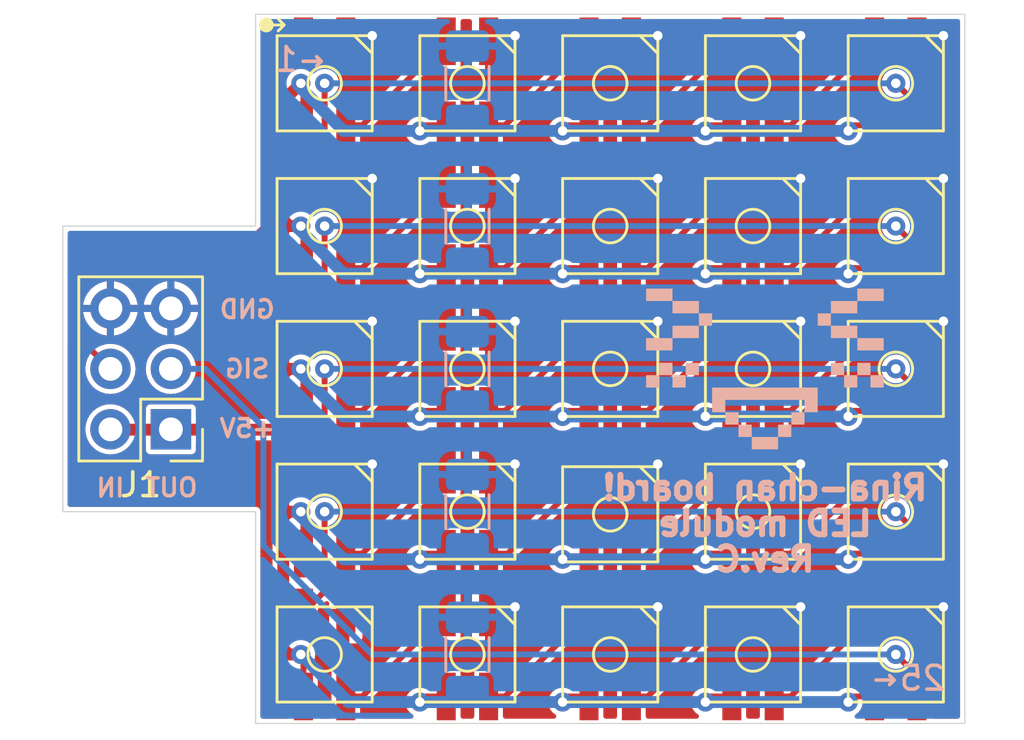
<source format=kicad_pcb>
(kicad_pcb (version 20211014) (generator pcbnew)
  (layers (0 "F.Cu" signal) (31 "B.Cu" signal) (34 "B.Paste" user) (35 "F.Paste" user) (36 "B.SilkS" user "B.Silkscreen") (37 "F.SilkS" user "F.Silkscreen") (38 "B.Mask" user) (39 "F.Mask" user) (44 "Edge.Cuts" user))
  (net 0 "")
  (net 1 "+5V")
  (net 2 "GND")
  (net 3 "Net-(LD10-Pad4)")
  (net 4 "Net-(LD1-Pad2)")
  (net 5 "Net-(LD2-Pad2)")
  (net 6 "Net-(LD3-Pad2)")
  (net 7 "Net-(LD6-Pad2)")
  (net 8 "Net-(LD7-Pad2)")
  (net 9 "Net-(LD11-Pad2)")
  (net 10 "Net-(LD13-Pad2)")
  (net 11 "Net-(LD14-Pad2)")
  (net 12 "Net-(LD16-Pad2)")
  (net 13 "Net-(LD4-Pad2)")
  (net 14 "Net-(LD8-Pad2)")
  (net 15 "/SIG1")
  (net 16 "Net-(LD12-Pad2)")
  (net 17 "Net-(LD17-Pad2)")
  (net 18 "Net-(LD18-Pad2)")
  (net 19 "Net-(LD19-Pad2)")
  (net 20 "/SIG2")
  (net 21 "Net-(LD21-Pad2)")
  (net 22 "Net-(LD22-Pad2)")
  (net 23 "Net-(LD23-Pad2)")
  (net 24 "Net-(LD24-Pad2)")
  (net 25 "/SIG3")
  (net 26 "/SIG4")
  (net 27 "/SIG_OUT")
  (net 28 "Net-(LD1-Pad4)")
  (footprint "led_a:OSTW3535C1A" (layer "F.Cu") (at 93 43 180)
    (fp_text reference "LD1" hide)
    (fp_text value "OSTW3535C1A")
    (pad "1" smd rect locked (at 0.89 -1.765 180) (size 0.8 2) (layers "F.Cu" "F.Paste" "F.Mask") (net 1 "+5V"))
    (pad "2" smd rect locked (at -0.89 -1.765 180) (size 0.8 2) (layers "F.Cu" "F.Paste" "F.Mask") (net 4 "Net-(LD1-Pad2)"))
    (pad "3" smd rect locked (at -0.89 1.765 180) (size 0.8 2) (layers "F.Cu" "F.Paste" "F.Mask") (net 2 "GND"))
    (pad "4" smd rect locked (at 0.89 1.765 180) (size 0.8 2) (layers "F.Cu" "F.Paste" "F.Mask") (net 28 "Net-(LD1-Pad4)"))
  )
  (footprint "led_a:OSTW3535C1A" (layer "F.Cu") (at 105 43 180)
    (fp_text reference "LD3" hide)
    (fp_text value "OSTW3535C1A")
    (pad "1" smd rect locked (at 0.89 -1.765 180) (size 0.8 2) (layers "F.Cu" "F.Paste" "F.Mask") (net 1 "+5V"))
    (pad "2" smd rect locked (at -0.89 -1.765 180) (size 0.8 2) (layers "F.Cu" "F.Paste" "F.Mask") (net 6 "Net-(LD3-Pad2)"))
    (pad "3" smd rect locked (at -0.89 1.765 180) (size 0.8 2) (layers "F.Cu" "F.Paste" "F.Mask") (net 2 "GND"))
    (pad "4" smd rect locked (at 0.89 1.765 180) (size 0.8 2) (layers "F.Cu" "F.Paste" "F.Mask") (net 5 "Net-(LD2-Pad2)"))
  )
  (footprint "led_a:OSTW3535C1A" (layer "F.Cu") (at 99 67 180)
    (fp_text reference "LD22" hide)
    (fp_text value "OSTW3535C1A")
    (pad "1" smd rect locked (at 0.89 -1.765 180) (size 0.8 2) (layers "F.Cu" "F.Paste" "F.Mask") (net 1 "+5V"))
    (pad "2" smd rect locked (at -0.89 -1.765 180) (size 0.8 2) (layers "F.Cu" "F.Paste" "F.Mask") (net 22 "Net-(LD22-Pad2)"))
    (pad "3" smd rect locked (at -0.89 1.765 180) (size 0.8 2) (layers "F.Cu" "F.Paste" "F.Mask") (net 2 "GND"))
    (pad "4" smd rect locked (at 0.89 1.765 180) (size 0.8 2) (layers "F.Cu" "F.Paste" "F.Mask") (net 21 "Net-(LD21-Pad2)"))
  )
  (footprint "led_a:OSTW3535C1A" (layer "F.Cu") (at 105 49 180)
    (fp_text reference "LD8" hide)
    (fp_text value "OSTW3535C1A")
    (pad "1" smd rect locked (at 0.89 -1.765 180) (size 0.8 2) (layers "F.Cu" "F.Paste" "F.Mask") (net 1 "+5V"))
    (pad "2" smd rect locked (at -0.89 -1.765 180) (size 0.8 2) (layers "F.Cu" "F.Paste" "F.Mask") (net 14 "Net-(LD8-Pad2)"))
    (pad "3" smd rect locked (at -0.89 1.765 180) (size 0.8 2) (layers "F.Cu" "F.Paste" "F.Mask") (net 2 "GND"))
    (pad "4" smd rect locked (at 0.89 1.765 180) (size 0.8 2) (layers "F.Cu" "F.Paste" "F.Mask") (net 8 "Net-(LD7-Pad2)"))
  )
  (footprint "led_a:OSTW3535C1A" (layer "F.Cu") (at 99 49 180)
    (fp_text reference "LD7" hide)
    (fp_text value "OSTW3535C1A")
    (pad "1" smd rect locked (at 0.89 -1.765 180) (size 0.8 2) (layers "F.Cu" "F.Paste" "F.Mask") (net 1 "+5V"))
    (pad "2" smd rect locked (at -0.89 -1.765 180) (size 0.8 2) (layers "F.Cu" "F.Paste" "F.Mask") (net 8 "Net-(LD7-Pad2)"))
    (pad "3" smd rect locked (at -0.89 1.765 180) (size 0.8 2) (layers "F.Cu" "F.Paste" "F.Mask") (net 2 "GND"))
    (pad "4" smd rect locked (at 0.89 1.765 180) (size 0.8 2) (layers "F.Cu" "F.Paste" "F.Mask") (net 7 "Net-(LD6-Pad2)"))
  )
  (footprint "led_a:OSTW3535C1A" (layer "F.Cu") (at 99 55 180)
    (fp_text reference "LD12" hide)
    (fp_text value "OSTW3535C1A")
    (pad "1" smd rect locked (at 0.89 -1.765 180) (size 0.8 2) (layers "F.Cu" "F.Paste" "F.Mask") (net 1 "+5V"))
    (pad "2" smd rect locked (at -0.89 -1.765 180) (size 0.8 2) (layers "F.Cu" "F.Paste" "F.Mask") (net 16 "Net-(LD12-Pad2)"))
    (pad "3" smd rect locked (at -0.89 1.765 180) (size 0.8 2) (layers "F.Cu" "F.Paste" "F.Mask") (net 2 "GND"))
    (pad "4" smd rect locked (at 0.89 1.765 180) (size 0.8 2) (layers "F.Cu" "F.Paste" "F.Mask") (net 9 "Net-(LD11-Pad2)"))
  )
  (footprint "Connector_PinHeader_2.54mm:PinHeader_2x03_P2.54mm_Vertical" (layer "F.Cu") (at 86.54 57.54 180)
    (fp_text reference "J1" (at 1.27 -2.33) (layer "F.SilkS"))
    (fp_text value "2x3 pin header")
    (pad "1" thru_hole rect (at 0 0 180) (size 1.7 1.7) (drill 1) (layers *.Cu *.Mask) (net 1 "+5V"))
    (pad "2" thru_hole oval (at 2.54 0 180) (size 1.7 1.7) (drill 1) (layers *.Cu *.Mask) (net 1 "+5V"))
    (pad "3" thru_hole oval (at 0 2.54 180) (size 1.7 1.7) (drill 1) (layers *.Cu *.Mask) (net 27 "/SIG_OUT"))
    (pad "4" thru_hole oval (at 2.54 2.54 180) (size 1.7 1.7) (drill 1) (layers *.Cu *.Mask) (net 28 "Net-(LD1-Pad4)"))
    (pad "5" thru_hole oval (at 0 5.08 180) (size 1.7 1.7) (drill 1) (layers *.Cu *.Mask) (net 2 "GND"))
    (pad "6" thru_hole oval (at 2.54 5.08 180) (size 1.7 1.7) (drill 1) (layers *.Cu *.Mask) (net 2 "GND"))
  )
  (footprint "led_a:OSTW3535C1A" (layer "F.Cu") (at 111 43 180)
    (fp_text reference "LD4" hide)
    (fp_text value "OSTW3535C1A")
    (pad "1" smd rect locked (at 0.89 -1.765 180) (size 0.8 2) (layers "F.Cu" "F.Paste" "F.Mask") (net 1 "+5V"))
    (pad "2" smd rect locked (at -0.89 -1.765 180) (size 0.8 2) (layers "F.Cu" "F.Paste" "F.Mask") (net 13 "Net-(LD4-Pad2)"))
    (pad "3" smd rect locked (at -0.89 1.765 180) (size 0.8 2) (layers "F.Cu" "F.Paste" "F.Mask") (net 2 "GND"))
    (pad "4" smd rect locked (at 0.89 1.765 180) (size 0.8 2) (layers "F.Cu" "F.Paste" "F.Mask") (net 6 "Net-(LD3-Pad2)"))
  )
  (footprint "led_a:OSTW3535C1A" (layer "F.Cu") (at 117 43 180)
    (fp_text reference "LD5" hide)
    (fp_text value "OSTW3535C1A")
    (pad "1" smd rect locked (at 0.89 -1.765 180) (size 0.8 2) (layers "F.Cu" "F.Paste" "F.Mask") (net 1 "+5V"))
    (pad "2" smd rect locked (at -0.89 -1.765 180) (size 0.8 2) (layers "F.Cu" "F.Paste" "F.Mask") (net 15 "/SIG1"))
    (pad "3" smd rect locked (at -0.89 1.765 180) (size 0.8 2) (layers "F.Cu" "F.Paste" "F.Mask") (net 2 "GND"))
    (pad "4" smd rect locked (at 0.89 1.765 180) (size 0.8 2) (layers "F.Cu" "F.Paste" "F.Mask") (net 13 "Net-(LD4-Pad2)"))
  )
  (footprint "led_a:OSTW3535C1A" (layer "F.Cu") (at 99 43 180)
    (fp_text reference "LD2" hide)
    (fp_text value "OSTW3535C1A")
    (pad "1" smd rect locked (at 0.89 -1.765 180) (size 0.8 2) (layers "F.Cu" "F.Paste" "F.Mask") (net 1 "+5V"))
    (pad "2" smd rect locked (at -0.89 -1.765 180) (size 0.8 2) (layers "F.Cu" "F.Paste" "F.Mask") (net 5 "Net-(LD2-Pad2)"))
    (pad "3" smd rect locked (at -0.89 1.765 180) (size 0.8 2) (layers "F.Cu" "F.Paste" "F.Mask") (net 2 "GND"))
    (pad "4" smd rect locked (at 0.89 1.765 180) (size 0.8 2) (layers "F.Cu" "F.Paste" "F.Mask") (net 4 "Net-(LD1-Pad2)"))
  )
  (footprint "led_a:OSTW3535C1A" (layer "F.Cu") (at 93 61 180)
    (fp_text reference "LD16" hide)
    (fp_text value "OSTW3535C1A")
    (pad "1" smd rect locked (at 0.89 -1.765 180) (size 0.8 2) (layers "F.Cu" "F.Paste" "F.Mask") (net 1 "+5V"))
    (pad "2" smd rect locked (at -0.89 -1.765 180) (size 0.8 2) (layers "F.Cu" "F.Paste" "F.Mask") (net 12 "Net-(LD16-Pad2)"))
    (pad "3" smd rect locked (at -0.89 1.765 180) (size 0.8 2) (layers "F.Cu" "F.Paste" "F.Mask") (net 2 "GND"))
    (pad "4" smd rect locked (at 0.89 1.765 180) (size 0.8 2) (layers "F.Cu" "F.Paste" "F.Mask") (net 25 "/SIG3"))
  )
  (footprint "led_a:OSTW3535C1A" (layer "F.Cu") (at 105 61.11 180)
    (fp_text reference "LD18" hide)
    (fp_text value "OSTW3535C1A")
    (pad "1" smd rect locked (at 0.89 -1.765 180) (size 0.8 2) (layers "F.Cu" "F.Paste" "F.Mask") (net 1 "+5V"))
    (pad "2" smd rect locked (at -0.89 -1.765 180) (size 0.8 2) (layers "F.Cu" "F.Paste" "F.Mask") (net 18 "Net-(LD18-Pad2)"))
    (pad "3" smd rect locked (at -0.89 1.765 180) (size 0.8 2) (layers "F.Cu" "F.Paste" "F.Mask") (net 2 "GND"))
    (pad "4" smd rect locked (at 0.89 1.765 180) (size 0.8 2) (layers "F.Cu" "F.Paste" "F.Mask") (net 17 "Net-(LD17-Pad2)"))
  )
  (footprint "led_a:OSTW3535C1A" (layer "F.Cu") (at 117 67 180)
    (fp_text reference "LD25" hide)
    (fp_text value "OSTW3535C1A")
    (pad "1" smd rect locked (at 0.89 -1.765 180) (size 0.8 2) (layers "F.Cu" "F.Paste" "F.Mask") (net 1 "+5V"))
    (pad "2" smd rect locked (at -0.89 -1.765 180) (size 0.8 2) (layers "F.Cu" "F.Paste" "F.Mask") (net 27 "/SIG_OUT"))
    (pad "3" smd rect locked (at -0.89 1.765 180) (size 0.8 2) (layers "F.Cu" "F.Paste" "F.Mask") (net 2 "GND"))
    (pad "4" smd rect locked (at 0.89 1.765 180) (size 0.8 2) (layers "F.Cu" "F.Paste" "F.Mask") (net 24 "Net-(LD24-Pad2)"))
  )
  (footprint "led_a:OSTW3535C1A" (layer "F.Cu") (at 117 49 180)
    (fp_text reference "LD10" hide)
    (fp_text value "OSTW3535C1A")
    (pad "1" smd rect locked (at 0.89 -1.765 180) (size 0.8 2) (layers "F.Cu" "F.Paste" "F.Mask") (net 1 "+5V"))
    (pad "2" smd rect locked (at -0.89 -1.765 180) (size 0.8 2) (layers "F.Cu" "F.Paste" "F.Mask") (net 20 "/SIG2"))
    (pad "3" smd rect locked (at -0.89 1.765 180) (size 0.8 2) (layers "F.Cu" "F.Paste" "F.Mask") (net 2 "GND"))
    (pad "4" smd rect locked (at 0.89 1.765 180) (size 0.8 2) (layers "F.Cu" "F.Paste" "F.Mask") (net 3 "Net-(LD10-Pad4)"))
  )
  (footprint "led_a:OSTW3535C1A" (layer "F.Cu") (at 93 49 180)
    (fp_text reference "LD6" hide)
    (fp_text value "OSTW3535C1A")
    (pad "1" smd rect locked (at 0.89 -1.765 180) (size 0.8 2) (layers "F.Cu" "F.Paste" "F.Mask") (net 1 "+5V"))
    (pad "2" smd rect locked (at -0.89 -1.765 180) (size 0.8 2) (layers "F.Cu" "F.Paste" "F.Mask") (net 7 "Net-(LD6-Pad2)"))
    (pad "3" smd rect locked (at -0.89 1.765 180) (size 0.8 2) (layers "F.Cu" "F.Paste" "F.Mask") (net 2 "GND"))
    (pad "4" smd rect locked (at 0.89 1.765 180) (size 0.8 2) (layers "F.Cu" "F.Paste" "F.Mask") (net 15 "/SIG1"))
  )
  (footprint "led_a:OSTW3535C1A" (layer "F.Cu") (at 99 61 180)
    (fp_text reference "LD17" hide)
    (fp_text value "OSTW3535C1A")
    (pad "1" smd rect locked (at 0.89 -1.765 180) (size 0.8 2) (layers "F.Cu" "F.Paste" "F.Mask") (net 1 "+5V"))
    (pad "2" smd rect locked (at -0.89 -1.765 180) (size 0.8 2) (layers "F.Cu" "F.Paste" "F.Mask") (net 17 "Net-(LD17-Pad2)"))
    (pad "3" smd rect locked (at -0.89 1.765 180) (size 0.8 2) (layers "F.Cu" "F.Paste" "F.Mask") (net 2 "GND"))
    (pad "4" smd rect locked (at 0.89 1.765 180) (size 0.8 2) (layers "F.Cu" "F.Paste" "F.Mask") (net 12 "Net-(LD16-Pad2)"))
  )
  (footprint "led_a:OSTW3535C1A" (layer "F.Cu") (at 111 67 180)
    (fp_text reference "LD24" hide)
    (fp_text value "OSTW3535C1A")
    (pad "1" smd rect locked (at 0.89 -1.765 180) (size 0.8 2) (layers "F.Cu" "F.Paste" "F.Mask") (net 1 "+5V"))
    (pad "2" smd rect locked (at -0.89 -1.765 180) (size 0.8 2) (layers "F.Cu" "F.Paste" "F.Mask") (net 24 "Net-(LD24-Pad2)"))
    (pad "3" smd rect locked (at -0.89 1.765 180) (size 0.8 2) (layers "F.Cu" "F.Paste" "F.Mask") (net 2 "GND"))
    (pad "4" smd rect locked (at 0.89 1.765 180) (size 0.8 2) (layers "F.Cu" "F.Paste" "F.Mask") (net 23 "Net-(LD23-Pad2)"))
  )
  (footprint "led_a:OSTW3535C1A" (layer "F.Cu") (at 111 55 180)
    (fp_text reference "LD14" hide)
    (fp_text value "OSTW3535C1A")
    (pad "1" smd rect locked (at 0.89 -1.765 180) (size 0.8 2) (layers "F.Cu" "F.Paste" "F.Mask") (net 1 "+5V"))
    (pad "2" smd rect locked (at -0.89 -1.765 180) (size 0.8 2) (layers "F.Cu" "F.Paste" "F.Mask") (net 11 "Net-(LD14-Pad2)"))
    (pad "3" smd rect locked (at -0.89 1.765 180) (size 0.8 2) (layers "F.Cu" "F.Paste" "F.Mask") (net 2 "GND"))
    (pad "4" smd rect locked (at 0.89 1.765 180) (size 0.8 2) (layers "F.Cu" "F.Paste" "F.Mask") (net 10 "Net-(LD13-Pad2)"))
  )
  (footprint "led_a:OSTW3535C1A" (layer "F.Cu") (at 105 67 180)
    (fp_text reference "LD23" hide)
    (fp_text value "OSTW3535C1A")
    (pad "1" smd rect locked (at 0.89 -1.765 180) (size 0.8 2) (layers "F.Cu" "F.Paste" "F.Mask") (net 1 "+5V"))
    (pad "2" smd rect locked (at -0.89 -1.765 180) (size 0.8 2) (layers "F.Cu" "F.Paste" "F.Mask") (net 23 "Net-(LD23-Pad2)"))
    (pad "3" smd rect locked (at -0.89 1.765 180) (size 0.8 2) (layers "F.Cu" "F.Paste" "F.Mask") (net 2 "GND"))
    (pad "4" smd rect locked (at 0.89 1.765 180) (size 0.8 2) (layers "F.Cu" "F.Paste" "F.Mask") (net 22 "Net-(LD22-Pad2)"))
  )
  (footprint "led_a:OSTW3535C1A" (layer "F.Cu") (at 105 55 180)
    (fp_text reference "LD13" hide)
    (fp_text value "OSTW3535C1A")
    (pad "1" smd rect locked (at 0.89 -1.765 180) (size 0.8 2) (layers "F.Cu" "F.Paste" "F.Mask") (net 1 "+5V"))
    (pad "2" smd rect locked (at -0.89 -1.765 180) (size 0.8 2) (layers "F.Cu" "F.Paste" "F.Mask") (net 10 "Net-(LD13-Pad2)"))
    (pad "3" smd rect locked (at -0.89 1.765 180) (size 0.8 2) (layers "F.Cu" "F.Paste" "F.Mask") (net 2 "GND"))
    (pad "4" smd rect locked (at 0.89 1.765 180) (size 0.8 2) (layers "F.Cu" "F.Paste" "F.Mask") (net 16 "Net-(LD12-Pad2)"))
  )
  (footprint "led_a:OSTW3535C1A" (layer "F.Cu") (at 111 49 180)
    (fp_text reference "LD9" hide)
    (fp_text value "OSTW3535C1A")
    (pad "1" smd rect locked (at 0.89 -1.765 180) (size 0.8 2) (layers "F.Cu" "F.Paste" "F.Mask") (net 1 "+5V"))
    (pad "2" smd rect locked (at -0.89 -1.765 180) (size 0.8 2) (layers "F.Cu" "F.Paste" "F.Mask") (net 3 "Net-(LD10-Pad4)"))
    (pad "3" smd rect locked (at -0.89 1.765 180) (size 0.8 2) (layers "F.Cu" "F.Paste" "F.Mask") (net 2 "GND"))
    (pad "4" smd rect locked (at 0.89 1.765 180) (size 0.8 2) (layers "F.Cu" "F.Paste" "F.Mask") (net 14 "Net-(LD8-Pad2)"))
  )
  (footprint "led_a:OSTW3535C1A" (layer "F.Cu") (at 117 55 180)
    (fp_text reference "LD15" hide)
    (fp_text value "OSTW3535C1A")
    (pad "1" smd rect locked (at 0.89 -1.765 180) (size 0.8 2) (layers "F.Cu" "F.Paste" "F.Mask") (net 1 "+5V"))
    (pad "2" smd rect locked (at -0.89 -1.765 180) (size 0.8 2) (layers "F.Cu" "F.Paste" "F.Mask") (net 25 "/SIG3"))
    (pad "3" smd rect locked (at -0.89 1.765 180) (size 0.8 2) (layers "F.Cu" "F.Paste" "F.Mask") (net 2 "GND"))
    (pad "4" smd rect locked (at 0.89 1.765 180) (size 0.8 2) (layers "F.Cu" "F.Paste" "F.Mask") (net 11 "Net-(LD14-Pad2)"))
  )
  (footprint "led_a:OSTW3535C1A" (layer "F.Cu") (at 117 61 180)
    (fp_text reference "LD20" hide)
    (fp_text value "OSTW3535C1A")
    (pad "1" smd rect locked (at 0.89 -1.765 180) (size 0.8 2) (layers "F.Cu" "F.Paste" "F.Mask") (net 1 "+5V"))
    (pad "2" smd rect locked (at -0.89 -1.765 180) (size 0.8 2) (layers "F.Cu" "F.Paste" "F.Mask") (net 26 "/SIG4"))
    (pad "3" smd rect locked (at -0.89 1.765 180) (size 0.8 2) (layers "F.Cu" "F.Paste" "F.Mask") (net 2 "GND"))
    (pad "4" smd rect locked (at 0.89 1.765 180) (size 0.8 2) (layers "F.Cu" "F.Paste" "F.Mask") (net 19 "Net-(LD19-Pad2)"))
  )
  (footprint "led_a:OSTW3535C1A" (layer "F.Cu") (at 111 61 180)
    (fp_text reference "LD19" hide)
    (fp_text value "OSTW3535C1A")
    (pad "1" smd rect locked (at 0.89 -1.765 180) (size 0.8 2) (layers "F.Cu" "F.Paste" "F.Mask") (net 1 "+5V"))
    (pad "2" smd rect locked (at -0.89 -1.765 180) (size 0.8 2) (layers "F.Cu" "F.Paste" "F.Mask") (net 19 "Net-(LD19-Pad2)"))
    (pad "3" smd rect locked (at -0.89 1.765 180) (size 0.8 2) (layers "F.Cu" "F.Paste" "F.Mask") (net 2 "GND"))
    (pad "4" smd rect locked (at 0.89 1.765 180) (size 0.8 2) (layers "F.Cu" "F.Paste" "F.Mask") (net 18 "Net-(LD18-Pad2)"))
  )
  (footprint "led_a:OSTW3535C1A" (layer "F.Cu") (at 93 55 180)
    (fp_text reference "LD11" hide)
    (fp_text value "OSTW3535C1A")
    (pad "1" smd rect locked (at 0.89 -1.765 180) (size 0.8 2) (layers "F.Cu" "F.Paste" "F.Mask") (net 1 "+5V"))
    (pad "2" smd rect locked (at -0.89 -1.765 180) (size 0.8 2) (layers "F.Cu" "F.Paste" "F.Mask") (net 9 "Net-(LD11-Pad2)"))
    (pad "3" smd rect locked (at -0.89 1.765 180) (size 0.8 2) (layers "F.Cu" "F.Paste" "F.Mask") (net 2 "GND"))
    (pad "4" smd rect locked (at 0.89 1.765 180) (size 0.8 2) (layers "F.Cu" "F.Paste" "F.Mask") (net 20 "/SIG2"))
  )
  (footprint "led_a:OSTW3535C1A" (layer "F.Cu") (at 93 67 180)
    (fp_text reference "LD21" hide)
    (fp_text value "OSTW3535C1A")
    (pad "1" smd rect locked (at 0.89 -1.765 180) (size 0.8 2) (layers "F.Cu" "F.Paste" "F.Mask") (net 1 "+5V"))
    (pad "2" smd rect locked (at -0.89 -1.765 180) (size 0.8 2) (layers "F.Cu" "F.Paste" "F.Mask") (net 21 "Net-(LD21-Pad2)"))
    (pad "3" smd rect locked (at -0.89 1.765 180) (size 0.8 2) (layers "F.Cu" "F.Paste" "F.Mask") (net 2 "GND"))
    (pad "4" smd rect locked (at 0.89 1.765 180) (size 0.8 2) (layers "F.Cu" "F.Paste" "F.Mask") (net 26 "/SIG4"))
  )
  (footprint "Capacitor_SMD:C_1206_3216Metric_Pad1.33x1.80mm_HandSolder" (layer "B.Cu") (at 99 49 90)
    (fp_text reference "C2" hide)
    (fp_text value "C_Small")
    (pad "1" smd roundrect (at -1.5625 0 90) (size 1.325 1.8) (layers "B.Cu" "B.Paste" "B.Mask") (roundrect_rratio 0.1886792453) (net 1 "+5V"))
    (pad "2" smd roundrect (at 1.5625 0 90) (size 1.325 1.8) (layers "B.Cu" "B.Paste" "B.Mask") (roundrect_rratio 0.1886792453) (net 2 "GND"))
  )
  (footprint "Capacitor_SMD:C_1206_3216Metric_Pad1.33x1.80mm_HandSolder" (layer "B.Cu") (at 99 61 90)
    (fp_text reference "C4" hide)
    (fp_text value "C_Small")
    (pad "1" smd roundrect (at -1.5625 0 90) (size 1.325 1.8) (layers "B.Cu" "B.Paste" "B.Mask") (roundrect_rratio 0.1886792453) (net 1 "+5V"))
    (pad "2" smd roundrect (at 1.5625 0 90) (size 1.325 1.8) (layers "B.Cu" "B.Paste" "B.Mask") (roundrect_rratio 0.1886792453) (net 2 "GND"))
  )
  (footprint "LOGO" (layer "B.Cu") (at 111.5 55 180)
    (fp_text reference "G***" hide)
    (fp_text value "LOGO" hide)
  )
  (footprint "Capacitor_SMD:C_1206_3216Metric_Pad1.33x1.80mm_HandSolder" (layer "B.Cu") (at 99 67 90)
    (fp_text reference "C5" hide)
    (fp_text value "C_Small")
    (pad "1" smd roundrect (at -1.5625 0 90) (size 1.325 1.8) (layers "B.Cu" "B.Paste" "B.Mask") (roundrect_rratio 0.1886792453) (net 1 "+5V"))
    (pad "2" smd roundrect (at 1.5625 0 90) (size 1.325 1.8) (layers "B.Cu" "B.Paste" "B.Mask") (roundrect_rratio 0.1886792453) (net 2 "GND"))
  )
  (footprint "Capacitor_SMD:C_1206_3216Metric_Pad1.33x1.80mm_HandSolder" (layer "B.Cu") (at 99 55 90)
    (fp_text reference "C3" hide)
    (fp_text value "C_Small")
    (pad "1" smd roundrect (at -1.5625 0 90) (size 1.325 1.8) (layers "B.Cu" "B.Paste" "B.Mask") (roundrect_rratio 0.1886792453) (net 1 "+5V"))
    (pad "2" smd roundrect (at 1.5625 0 90) (size 1.325 1.8) (layers "B.Cu" "B.Paste" "B.Mask") (roundrect_rratio 0.1886792453) (net 2 "GND"))
  )
  (footprint "Capacitor_SMD:C_1206_3216Metric_Pad1.33x1.80mm_HandSolder" (layer "B.Cu") (at 99 43 90)
    (fp_text reference "C1" hide)
    (fp_text value "C_Small")
    (pad "1" smd roundrect (at -1.5625 0 90) (size 1.325 1.8) (layers "B.Cu" "B.Paste" "B.Mask") (roundrect_rratio 0.1886792453) (net 1 "+5V"))
    (pad "2" smd roundrect (at 1.5625 0 90) (size 1.325 1.8) (layers "B.Cu" "B.Paste" "B.Mask") (roundrect_rratio 0.1886792453) (net 2 "GND"))
  )
  (gr_line (start 91.3 40.55) (end 91.05 40.8) (layer "F.SilkS") (width 0.12))
  (gr_circle (center 90.55 40.55) (end 90.8 40.55) (layer "F.SilkS") (width 0.12) (fill solid))
  (gr_line (start 90.8 40.55) (end 91.3 40.55) (layer "F.SilkS") (width 0.12))
  (gr_line (start 91.3 40.55) (end 91.05 40.3) (layer "F.SilkS") (width 0.12))
  (gr_line (start 119.9 40.1) (end 90.1 40.1) (layer "Edge.Cuts") (width 0.05))
  (gr_line (start 82 49) (end 90 49) (layer "Edge.Cuts") (width 0.05))
  (gr_line (start 119.9 69.9) (end 90.1 69.9) (layer "Edge.Cuts") (width 0.05))
  (gr_line (start 90.1 40.1) (end 90.1 49) (layer "Edge.Cuts") (width 0.05))
  (gr_line (start 90.1 69.9) (end 90.1 61) (layer "Edge.Cuts") (width 0.05))
  (gr_line (start 82 61) (end 82 49) (layer "Edge.Cuts") (width 0.05))
  (gr_line (start 90 61) (end 82 61) (layer "Edge.Cuts") (width 0.05))
  (gr_line (start 90.1 61) (end 90 61) (layer "Edge.Cuts") (width 0.05))
  (gr_line (start 119.9 40.1) (end 119.9 69.9) (layer "Edge.Cuts") (width 0.05))
  (gr_line (start 90.1 49) (end 90 49) (layer "Edge.Cuts") (width 0.05))
  (gr_text "←1" (at 92 42) (layer "B.SilkS") (effects (font (size 1 1)) (justify mirror)))
  (gr_text "GND" (at 89.75 52.5) (layer "B.SilkS") (effects (font (size 0.75 0.75)) (justify mirror)))
  (gr_text "OUT" (at 86.57 59.99) (layer "B.SilkS") (effects (font (size 0.75 0.75)) (justify mirror)))
  (gr_text "25←" (at 117.5 68) (layer "B.SilkS") (effects (font (size 1 1)) (justify mirror)))
  (gr_text "LED module" (at 111.5 61.5) (layer "B.SilkS") (effects (font (size 1 1) (thickness 0.25)) (justify mirror)))
  (gr_text "SIG" (at 89.75 55) (layer "B.SilkS") (effects (font (size 0.75 0.75)) (justify mirror)))
  (gr_text "Rina-chan board!" (at 111.5 60) (layer "B.SilkS") (effects (font (size 1 1) (thickness 0.25)) (justify mirror)))
  (gr_text "Rev.C" (at 111.5 63) (layer "B.SilkS") (effects (font (size 1 1) (thickness 0.25)) (justify mirror)))
  (gr_text "IN" (at 84 60) (layer "B.SilkS") (effects (font (size 0.75 0.75)) (justify mirror)))
  (gr_text "+5V" (at 89.75 57.5) (layer "B.SilkS") (effects (font (size 0.75 0.75)) (justify mirror)))
  (segment (start 103.235 56.765) (end 103 57) (width 0.25) (layer "F.Cu") (net 1))
  (segment (start 115.235 68.765) (end 115 69) (width 0.25) (layer "F.Cu") (net 1))
  (segment (start 92.11 43.11) (end 92 43) (width 0.25) (layer "F.Cu") (net 1))
  (segment (start 92 55) (end 91.5 55) (width 0.5) (layer "F.Cu") (net 1))
  (segment (start 103.125 62.875) (end 103 63) (width 0.25) (layer "F.Cu") (net 1))
  (segment (start 91.5 55) (end 91.260489 55.239511) (width 0.5) (layer "F.Cu") (net 1))
  (segment (start 110.11 62.765) (end 109.235 62.765) (width 0.25) (layer "F.Cu") (net 1))
  (segment (start 110.11 44.765) (end 109.235 44.765) (width 0.25) (layer "F.Cu") (net 1))
  (segment (start 104.11 56.765) (end 103.235 56.765) (width 0.25) (layer "F.Cu") (net 1))
  (segment (start 91.055 57.555) (end 91.260489 57.760489) (width 0.5) (layer "F.Cu") (net 1))
  (segment (start 110.11 68.765) (end 109.235 68.765) (width 0.25) (layer "F.Cu") (net 1))
  (segment (start 91.5 61) (end 91.260489 61.239511) (width 0.5) (layer "F.Cu") (net 1))
  (segment (start 116.11 44.765) (end 115.235 44.765) (width 0.25) (layer "F.Cu") (net 1))
  (segment (start 92.11 56.765) (end 92.11 55.11) (width 0.25) (layer "F.Cu") (net 1))
  (segment (start 91.520978 49) (end 91.260489 48.739511) (width 0.5) (layer "F.Cu") (net 1))
  (segment (start 91.260489 66.760489) (end 91.5 67) (width 0.5) (layer "F.Cu") (net 1))
  (segment (start 97.235 56.765) (end 97 57) (width 0.25) (layer "F.Cu") (net 1))
  (segment (start 109.235 56.765) (end 109 57) (width 0.25) (layer "F.Cu") (net 1))
  (segment (start 116.11 62.765) (end 115.235 62.765) (width 0.25) (layer "F.Cu") (net 1))
  (segment (start 98.11 68.765) (end 97.235 68.765) (width 0.25) (layer "F.Cu") (net 1))
  (segment (start 116.11 50.765) (end 115.235 50.765) (width 0.25) (layer "F.Cu") (net 1))
  (segment (start 104.11 68.765) (end 103.235 68.765) (width 0.25) (layer "F.Cu") (net 1))
  (segment (start 104.11 50.765) (end 103.235 50.765) (width 0.25) (layer "F.Cu") (net 1))
  (segment (start 84 57.555) (end 91.055 57.555) (width 0.5) (layer "F.Cu") (net 1))
  (segment (start 91.260489 55.239511) (end 91.260489 57.760489) (width 0.5) (layer "F.Cu") (net 1))
  (segment (start 92.11 62.765) (end 92.11 61.11) (width 0.25) (layer "F.Cu") (net 1))
  (segment (start 92.11 49.11) (end 92 49) (width 0.25) (layer "F.Cu") (net 1))
  (segment (start 92.11 68.765) (end 92.11 67.11) (width 0.25) (layer "F.Cu") (net 1))
  (segment (start 116.11 56.765) (end 115.235 56.765) (width 0.25) (layer "F.Cu") (net 1))
  (segment (start 109.235 62.765) (end 109 63) (width 0.25) (layer "F.Cu") (net 1))
  (segment (start 115.235 44.765) (end 115 45) (width 0.25) (layer "F.Cu") (net 1))
  (segment (start 91.260489 61.239511) (end 91.260489 66.760489) (width 0.5) (layer "F.Cu") (net 1))
  (segment (start 92.11 67.11) (end 92 67) (width 0.25) (layer "F.Cu") (net 1))
  (segment (start 91.260489 43.739511) (end 91.260489 48.739511) (width 0.5) (layer "F.Cu") (net 1))
  (segment (start 110.11 56.765) (end 109.235 56.765) (width 0.25) (layer "F.Cu") (net 1))
  (segment (start 92.11 55.11) (end 92 55) (width 0.25) (layer "F.Cu") (net 1))
  (segment (start 103.235 68.765) (end 103 69) (width 0.25) (layer "F.Cu") (net 1))
  (segment (start 97.235 62.765) (end 97 63) (width 0.25) (layer "F.Cu") (net 1))
  (segment (start 97.235 50.765) (end 97 51) (width 0.25) (layer "F.Cu") (net 1))
  (segment (start 116.11 68.765) (end 115.235 68.765) (width 0.25) (layer "F.Cu") (net 1))
  (segment (start 104.11 44.765) (end 103.235 44.765) (width 0.25) (layer "F.Cu") (net 1))
  (segment (start 97.235 44.765) (end 97 45) (width 0.25) (layer "F.Cu") (net 1))
  (segment (start 98.11 44.765) (end 97.235 44.765) (width 0.25) (layer "F.Cu") (net 1))
  (segment (start 115.235 50.765) (end 115 51) (width 0.25) (layer "F.Cu") (net 1))
  (segment (start 98.11 50.765) (end 97.235 50.765) (width 0.25) (layer "F.Cu") (net 1))
  (segment (start 104.11 62.875) (end 103.125 62.875) (width 0.25) (layer "F.Cu") (net 1))
  (segment (start 92.11 50.765) (end 92.11 49.11) (width 0.25) (layer "F.Cu") (net 1))
  (segment (start 91.260489 57.760489) (end 91.260489 61.239511) (width 0.5) (layer "F.Cu") (net 1))
  (segment (start 91.5 67) (end 92 67) (width 0.5) (layer "F.Cu") (net 1))
  (segment (start 103.235 50.765) (end 103 51) (width 0.25) (layer "F.Cu") (net 1))
  (segment (start 115.235 62.765) (end 115 63) (width 0.25) (layer "F.Cu") (net 1))
  (segment (start 92 49) (end 91.520978 49) (width 0.5) (layer "F.Cu") (net 1))
  (segment (start 115.235 56.765) (end 115 57) (width 0.25) (layer "F.Cu") (net 1))
  (segment (start 109.235 44.765) (end 109 45) (width 0.25) (layer "F.Cu") (net 1))
  (segment (start 92 61) (end 91.5 61) (width 0.5) (layer "F.Cu") (net 1))
  (segment (start 92 43) (end 91.260489 43.739511) (width 0.5) (layer "F.Cu") (net 1))
  (segment (start 92.11 44.765) (end 92.11 43.11) (width 0.25) (layer "F.Cu") (net 1))
  (segment (start 98.11 62.765) (end 97.235 62.765) (width 0.25) (layer "F.Cu") (net 1))
  (segment (start 98.11 56.765) (end 97.235 56.765) (width 0.25) (layer "F.Cu") (net 1))
  (segment (start 109.235 50.765) (end 109 51) (width 0.25) (layer "F.Cu") (net 1))
  (segment (start 91.260489 48.739511) (end 91.260489 55.239511) (width 0.5) (layer "F.Cu") (net 1))
  (segment (start 110.11 50.765) (end 109.235 50.765) (width 0.25) (layer "F.Cu") (net 1))
  (segment (start 92.11 61.11) (end 92 61) (width 0.25) (layer "F.Cu") (net 1))
  (segment (start 109.235 68.765) (end 109 69) (width 0.25) (layer "F.Cu") (net 1))
  (segment (start 97.235 68.765) (end 97 69) (width 0.25) (layer "F.Cu") (net 1))
  (segment (start 103.235 44.765) (end 103 45) (width 0.25) (layer "F.Cu") (net 1))
  (via (at 97 51) (size 0.8) (drill 0.4) (layers "F.Cu" "B.Cu") (net 1))
  (via (at 92 49) (size 0.8) (drill 0.4) (layers "F.Cu" "B.Cu") (net 1))
  (via (at 103 45) (size 0.8) (drill 0.4) (layers "F.Cu" "B.Cu") (net 1))
  (via (at 92 61) (size 0.8) (drill 0.4) (layers "F.Cu" "B.Cu") (net 1))
  (via (at 103 51) (size 0.8) (drill 0.4) (layers "F.Cu" "B.Cu") (net 1))
  (via (at 109 57) (size 0.8) (drill 0.4) (layers "F.Cu" "B.Cu") (net 1))
  (via (at 97 45) (size 0.8) (drill 0.4) (layers "F.Cu" "B.Cu") (net 1))
  (via (at 115 51) (size 0.8) (drill 0.4) (layers "F.Cu" "B.Cu") (net 1))
  (via (at 97 69) (size 0.8) (drill 0.4) (layers "F.Cu" "B.Cu") (net 1))
  (via (at 109 63) (size 0.8) (drill 0.4) (layers "F.Cu" "B.Cu") (net 1))
  (via (at 97 57) (size 0.8) (drill 0.4) (layers "F.Cu" "B.Cu") (net 1))
  (via (at 92 67) (size 0.8) (drill 0.4) (layers "F.Cu" "B.Cu") (net 1))
  (via (at 103 57) (size 0.8) (drill 0.4) (layers "F.Cu" "B.Cu") (net 1))
  (via (at 115 45) (size 0.8) (drill 0.4) (layers "F.Cu" "B.Cu") (net 1))
  (via (at 115 57) (size 0.8) (drill 0.4) (layers "F.Cu" "B.Cu") (net 1))
  (via (at 92 43) (size 0.8) (drill 0.4) (layers "F.Cu" "B.Cu") (net 1))
  (via (at 109 69) (size 0.8) (drill 0.4) (layers "F.Cu" "B.Cu") (net 1))
  (via (at 109 51) (size 0.8) (drill 0.4) (layers "F.Cu" "B.Cu") (net 1))
  (via (at 109 45) (size 0.8) (drill 0.4) (layers "F.Cu" "B.Cu") (net 1))
  (via (at 115 69) (size 0.8) (drill 0.4) (layers "F.Cu" "B.Cu") (net 1))
  (via (at 103 69) (size 0.8) (drill 0.4) (layers "F.Cu" "B.Cu") (net 1))
  (via (at 92 55) (size 0.8) (drill 0.4) (layers "F.Cu" "B.Cu") (net 1))
  (via (at 97 63) (size 0.8) (drill 0.4) (layers "F.Cu" "B.Cu") (net 1))
  (via (at 103 63) (size 0.8) (drill 0.4) (layers "F.Cu" "B.Cu") (net 1))
  (via (at 115 63) (size 0.8) (drill 0.4) (layers "F.Cu" "B.Cu") (net 1))
  (segment (start 93.798609 45) (end 97 45) (width 0.5) (layer "B.Cu") (net 1))
  (segment (start 92 61.201391) (end 92 61) (width 0.5) (layer "B.Cu") (net 1))
  (segment (start 92 49.201391) (end 92 49) (width 0.5) (layer "B.Cu") (net 1))
  (segment (start 93.798609 63) (end 92 61.201391) (width 0.5) (layer "B.Cu") (net 1))
  (segment (start 115 69) (end 94 69) (width 0.5) (layer "B.Cu") (net 1))
  (segment (start 93.798609 57) (end 92 55.201391) (width 0.5) (layer "B.Cu") (net 1))
  (segment (start 115 51) (end 93.798609 51) (width 0.5) (layer "B.Cu") (net 1))
  (segment (start 92 43) (end 92 43.201391) (width 0.5) (layer "B.Cu") (net 1))
  (segment (start 92 43.201391) (end 93.798609 45) (width 0.5) (layer "B.Cu") (net 1))
  (segment (start 93.798609 51) (end 92 49.201391) (width 0.5) (layer "B.Cu") (net 1))
  (segment (start 97 45) (end 115 45) (width 0.5) (layer "B.Cu") (net 1))
  (segment (start 115 63) (end 93.798609 63) (width 0.5) (layer "B.Cu") (net 1))
  (segment (start 92 55.201391) (end 92 55) (width 0.5) (layer "B.Cu") (net 1))
  (segment (start 115 57) (end 93.798609 57) (width 0.5) (layer "B.Cu") (net 1))
  (segment (start 94 69) (end 92 67) (width 0.5) (layer "B.Cu") (net 1))
  (segment (start 112.765 53.235) (end 113 53) (width 0.25) (layer "F.Cu") (net 2))
  (segment (start 111.89 53.235) (end 112.765 53.235) (width 0.25) (layer "F.Cu") (net 2))
  (segment (start 100.765 41.235) (end 101 41) (width 0.25) (layer "F.Cu") (net 2))
  (segment (start 93.89 41.235) (end 94.765 41.235) (width 0.25) (layer "F.Cu") (net 2))
  (segment (start 105.89 41.235) (end 106.765 41.235) (width 0.25) (layer "F.Cu") (net 2))
  (segment (start 106.765 41.235) (end 107 41) (width 0.25) (layer "F.Cu") (net 2))
  (segment (start 100.765 59.235) (end 101 59) (width 0.25) (layer "F.Cu") (net 2))
  (segment (start 118.765 59.235) (end 119 59) (width 0.25) (layer "F.Cu") (net 2))
  (segment (start 93.89 47.235) (end 94.765 47.235) (width 0.25) (layer "F.Cu") (net 2))
  (segment (start 99.89 47.235) (end 100.765 47.235) (width 0.25) (layer "F.Cu") (net 2))
  (segment (start 106.765 53.235) (end 107 53) (width 0.25) (layer "F.Cu") (net 2))
  (segment (start 112.765 47.235) (end 113 47) (width 0.25) (layer "F.Cu") (net 2))
  (segment (start 94.765 41.235) (end 95 41) (width 0.25) (layer "F.Cu") (net 2))
  (segment (start 100.765 47.235) (end 101 47) (width 0.25) (layer "F.Cu") (net 2))
  (segment (start 94.765 53.235) (end 95 53) (width 0.25) (layer "F.Cu") (net 2))
  (segment (start 93.89 53.235) (end 94.765 53.235) (width 0.25) (layer "F.Cu") (net 2))
  (segment (start 117.89 41.235) (end 118.765 41.235) (width 0.25) (layer "F.Cu") (net 2))
  (segment (start 111.89 47.235) (end 112.765 47.235) (width 0.25) (layer "F.Cu") (net 2))
  (segment (start 99.89 53.235) (end 100.765 53.235) (width 0.25) (layer "F.Cu") (net 2))
  (segment (start 117.89 53.235) (end 118.765 53.235) (width 0.25) (layer "F.Cu") (net 2))
  (segment (start 94.765 65.235) (end 95 65) (width 0.25) (layer "F.Cu") (net 2))
  (segment (start 111.89 59.235) (end 112.765 59.235) (width 0.25) (layer "F.Cu") (net 2))
  (segment (start 118.765 53.235) (end 119 53) (width 0.25) (layer "F.Cu") (net 2))
  (segment (start 100.765 53.235) (end 101 53) (width 0.25) (layer "F.Cu") (net 2))
  (segment (start 105.89 53.235) (end 106.765 53.235) (width 0.25) (layer "F.Cu") (net 2))
  (segment (start 99.89 59.235) (end 100.765 59.235) (width 0.25) (layer "F.Cu") (net 2))
  (segment (start 118.765 41.235) (end 119 41) (width 0.25) (layer "F.Cu") (net 2))
  (segment (start 93.89 65.235) (end 94.765 65.235) (width 0.25) (layer "F.Cu") (net 2))
  (segment (start 99.89 41.235) (end 100.765 41.235) (width 0.25) (layer "F.Cu") (net 2))
  (segment (start 118.765 47.235) (end 119 47) (width 0.25) (layer "F.Cu") (net 2))
  (segment (start 117.89 59.235) (end 118.765 59.235) (width 0.25) (layer "F.Cu") (net 2))
  (segment (start 111.89 65.235) (end 112.765 65.235) (width 0.25) (layer "F.Cu") (net 2))
  (segment (start 118.765 65.235) (end 119 65) (width 0.25) (layer "F.Cu") (net 2))
  (segment (start 117.89 47.235) (end 118.765 47.235) (width 0.25) (layer "F.Cu") (net 2))
  (segment (start 106.765 47.235) (end 107 47) (width 0.25) (layer "F.Cu") (net 2))
  (segment (start 99.89 65.235) (end 100.765 65.235) (width 0.25) (layer "F.Cu") (net 2))
  (segment (start 106.765 65.235) (end 107 65) (width 0.25) (layer "F.Cu") (net 2))
  (segment (start 100.765 65.235) (end 101 65) (width 0.25) (layer "F.Cu") (net 2))
  (segment (start 94.765 47.235) (end 95 47) (width 0.25) (layer "F.Cu") (net 2))
  (segment (start 93.89 59.235) (end 94.765 59.235) (width 0.25) (layer "F.Cu") (net 2))
  (segment (start 105.89 59.235) (end 106.765 59.235) (width 0.25) (layer "F.Cu") (net 2))
  (segment (start 111.89 41.235) (end 112.765 41.235) (width 0.25) (layer "F.Cu") (net 2))
  (segment (start 106.765 59.235) (end 107 59) (width 0.25) (layer "F.Cu") (net 2))
  (segment (start 105.89 47.235) (end 106.765 47.235) (width 0.25) (layer "F.Cu") (net 2))
  (segment (start 112.765 41.235) (end 113 41) (width 0.25) (layer "F.Cu") (net 2))
  (segment (start 105.89 65.235) (end 106.765 65.235) (width 0.25) (layer "F.Cu") (net 2))
  (segment (start 112.765 59.235) (end 113 59) (width 0.25) (layer "F.Cu") (net 2))
  (segment (start 117.89 65.235) (end 118.765 65.235) (width 0.25) (layer "F.Cu") (net 2))
  (segment (start 112.765 65.235) (end 113 65) (width 0.25) (layer "F.Cu") (net 2))
  (segment (start 94.765 59.235) (end 95 59) (width 0.25) (layer "F.Cu") (net 2))
  (via (at 101 41) (size 0.8) (drill 0.4) (layers "F.Cu" "B.Cu") (net 2))
  (via (at 101 65) (size 0.8) (drill 0.4) (layers "F.Cu" "B.Cu") (net 2))
  (via (at 107 65) (size 0.8) (drill 0.4) (layers "F.Cu" "B.Cu") (net 2))
  (via (at 107 59) (size 0.8) (drill 0.4) (layers "F.Cu" "B.Cu") (net 2))
  (via (at 95 59) (size 0.8) (drill 0.4) (layers "F.Cu" "B.Cu") (net 2))
  (via (at 113 65) (size 0.8) (drill 0.4) (layers "F.Cu" "B.Cu") (net 2))
  (via (at 101 59) (size 0.8) (drill 0.4) (layers "F.Cu" "B.Cu") (net 2))
  (via (at 119 47) (size 0.8) (drill 0.4) (layers "F.Cu" "B.Cu") (net 2))
  (via (at 113 47) (size 0.8) (drill 0.4) (layers "F.Cu" "B.Cu") (net 2))
  (via (at 95 41) (size 0.8) (drill 0.4) (layers "F.Cu" "B.Cu") (net 2))
  (via (at 113 59) (size 0.8) (drill 0.4) (layers "F.Cu" "B.Cu") (net 2))
  (via (at 95 47) (size 0.8) (drill 0.4) (layers "F.Cu" "B.Cu") (net 2))
  (via (at 119 53) (size 0.8) (drill 0.4) (layers "F.Cu" "B.Cu") (net 2))
  (via (at 119 41) (size 0.8) (drill 0.4) (layers "F.Cu" "B.Cu") (net 2))
  (via (at 119 59) (size 0.8) (drill 0.4) (layers "F.Cu" "B.Cu") (net 2))
  (via (at 113 41) (size 0.8) (drill 0.4) (layers "F.Cu" "B.Cu") (net 2))
  (via (at 107 53) (size 0.8) (drill 0.4) (layers "F.Cu" "B.Cu") (net 2))
  (via (at 107 47) (size 0.8) (drill 0.4) (layers "F.Cu" "B.Cu") (net 2))
  (via (at 95 53) (size 0.8) (drill 0.4) (layers "F.Cu" "B.Cu") (net 2))
  (via (at 107 41) (size 0.8) (drill 0.4) (layers "F.Cu" "B.Cu") (net 2))
  (via (at 101 53) (size 0.8) (drill 0.4) (layers "F.Cu" "B.Cu") (net 2))
  (via (at 119 65) (size 0.8) (drill 0.4) (layers "F.Cu" "B.Cu") (net 2))
  (via (at 113 53) (size 0.8) (drill 0.4) (layers "F.Cu" "B.Cu") (net 2))
  (via (at 101 47) (size 0.8) (drill 0.4) (layers "F.Cu" "B.Cu") (net 2))
  (segment (start 112.58 50.765) (end 116.11 47.235) (width 0.25) (layer "F.Cu") (net 3))
  (segment (start 111.89 50.765) (end 112.58 50.765) (width 0.25) (layer "F.Cu") (net 3))
  (segment (start 94.58 44.765) (end 98.11 41.235) (width 0.25) (layer "F.Cu") (net 4))
  (segment (start 93.89 44.89) (end 94 45) (width 0.25) (layer "F.Cu") (net 4))
  (segment (start 93.89 44.765) (end 94.58 44.765) (width 0.25) (layer "F.Cu") (net 4))
  (segment (start 93.89 44.765) (end 93.89 44.89) (width 0.25) (layer "F.Cu") (net 4))
  (segment (start 99.89 44.765) (end 100.58 44.765) (width 0.25) (layer "F.Cu") (net 5))
  (segment (start 100.58 44.765) (end 104.11 41.235) (width 0.25) (layer "F.Cu") (net 5))
  (segment (start 106.58 44.765) (end 110.11 41.235) (width 0.25) (layer "F.Cu") (net 6))
  (segment (start 105.89 44.765) (end 106.58 44.765) (width 0.25) (layer "F.Cu") (net 6))
  (segment (start 94.58 50.765) (end 98.11 47.235) (width 0.25) (layer "F.Cu") (net 7))
  (segment (start 93.89 50.765) (end 94.58 50.765) (width 0.25) (layer "F.Cu") (net 7))
  (segment (start 99.89 50.765) (end 100.58 50.765) (width 0.25) (layer "F.Cu") (net 8))
  (segment (start 100.58 50.765) (end 104.11 47.235) (width 0.25) (layer "F.Cu") (net 8))
  (segment (start 93.89 56.765) (end 94.58 56.765) (width 0.25) (layer "F.Cu") (net 9))
  (segment (start 94.58 56.765) (end 98.11 53.235) (width 0.25) (layer "F.Cu") (net 9))
  (segment (start 105.89 56.765) (end 106.58 56.765) (width 0.25) (layer "F.Cu") (net 10))
  (segment (start 106.58 56.765) (end 110.11 53.235) (width 0.25) (layer "F.Cu") (net 10))
  (segment (start 111.89 56.765) (end 112.58 56.765) (width 0.25) (layer "F.Cu") (net 11))
  (segment (start 112.58 56.765) (end 116.11 53.235) (width 0.25) (layer "F.Cu") (net 11))
  (segment (start 93.89 62.765) (end 94.58 62.765) (width 0.25) (layer "F.Cu") (net 12))
  (segment (start 94.58 62.765) (end 98.11 59.235) (width 0.25) (layer "F.Cu") (net 12))
  (segment (start 111.89 44.765) (end 112.58 44.765) (width 0.25) (layer "F.Cu") (net 13))
  (segment (start 112.58 44.765) (end 116.11 41.235) (width 0.25) (layer "F.Cu") (net 13))
  (segment (start 105.89 50.765) (end 106.58 50.765) (width 0.25) (layer "F.Cu") (net 14))
  (segment (start 106.58 50.765) (end 110.11 47.235) (width 0.25) (layer "F.Cu") (net 14))
  (segment (start 93 43) (end 93 46.345) (width 0.25) (layer "F.Cu") (net 15))
  (segment (start 117.89 44.765) (end 117.89 43.89) (width 0.25) (layer "F.Cu") (net 15))
  (segment (start 93 46.345) (end 92.11 47.235) (width 0.25) (layer "F.Cu") (net 15))
  (segment (start 117.89 43.89) (end 117 43) (width 0.25) (layer "F.Cu") (net 15))
  (via (at 117 43) (size 0.8) (drill 0.4) (layers "F.Cu" "B.Cu") (net 15))
  (via (at 93 43) (size 0.8) (drill 0.4) (layers "F.Cu" "B.Cu") (net 15))
  (segment (start 117 43) (end 93 43) (width 0.25) (layer "B.Cu") (net 15))
  (segment (start 100.58 56.765) (end 104.11 53.235) (width 0.25) (layer "F.Cu") (net 16))
  (segment (start 99.89 56.765) (end 100.58 56.765) (width 0.25) (layer "F.Cu") (net 16))
  (segment (start 100.69 62.765) (end 104.11 59.345) (width 0.25) (layer "F.Cu") (net 17))
  (segment (start 99.89 62.765) (end 100.69 62.765) (width 0.25) (layer "F.Cu") (net 17))
  (segment (start 105.89 62.875) (end 106.47 62.875) (width 0.25) (layer "F.Cu") (net 18))
  (segment (start 106.47 62.875) (end 110.11 59.235) (width 0.25) (layer "F.Cu") (net 18))
  (segment (start 112.58 62.765) (end 116.11 59.235) (width 0.25) (layer "F.Cu") (net 19))
  (segment (start 111.89 62.765) (end 112.58 62.765) (width 0.25) (layer "F.Cu") (net 19))
  (segment (start 93 49) (end 93 52.345) (width 0.25) (layer "F.Cu") (net 20))
  (segment (start 93 52.345) (end 92.11 53.235) (width 0.25) (layer "F.Cu") (net 20))
  (segment (start 117.89 49.89) (end 117 49) (width 0.25) (layer "F.Cu") (net 20))
  (segment (start 117.89 50.765) (end 117.89 49.89) (width 0.25) (layer "F.Cu") (net 20))
  (via (at 117 49) (size 0.8) (drill 0.4) (layers "F.Cu" "B.Cu") (net 20))
  (via (at 93 49) (size 0.8) (drill 0.4) (layers "F.Cu" "B.Cu") (net 20))
  (segment (start 117 49) (end 93 49) (width 0.25) (layer "B.Cu") (net 20))
  (segment (start 94.58 68.765) (end 98.11 65.235) (width 0.25) (layer "F.Cu") (net 21))
  (segment (start 93.89 68.765) (end 94.58 68.765) (width 0.25) (layer "F.Cu") (net 21))
  (segment (start 99.89 68.765) (end 100.58 68.765) (width 0.25) (layer "F.Cu") (net 22))
  (segment (start 100.58 68.765) (end 104.11 65.235) (width 0.25) (layer "F.Cu") (net 22))
  (segment (start 105.89 68.765) (end 106.58 68.765) (width 0.25) (layer "F.Cu") (net 23))
  (segment (start 106.58 68.765) (end 110.11 65.235) (width 0.25) (layer "F.Cu") (net 23))
  (segment (start 112.58 68.765) (end 116.11 65.235) (width 0.25) (layer "F.Cu") (net 24))
  (segment (start 111.89 68.765) (end 112.58 68.765) (width 0.25) (layer "F.Cu") (net 24))
  (segment (start 117.89 56.765) (end 117.89 55.89) (width 0.25) (layer "F.Cu") (net 25))
  (segment (start 93 58.345) (end 92.11 59.235) (width 0.25) (layer "F.Cu") (net 25))
  (segment (start 93 55) (end 93 58.345) (width 0.25) (layer "F.Cu") (net 25))
  (segment (start 117.89 55.89) (end 117 55) (width 0.25) (layer "F.Cu") (net 25))
  (via (at 117 55) (size 0.8) (drill 0.4) (layers "F.Cu" "B.Cu") (net 25))
  (via (at 93 55) (size 0.8) (drill 0.4) (layers "F.Cu" "B.Cu") (net 25))
  (segment (start 117 55) (end 93 55) (width 0.25) (layer "B.Cu") (net 25))
  (segment (start 117.89 62.765) (end 117.89 61.89) (width 0.25) (layer "F.Cu") (net 26))
  (segment (start 93 64.345) (end 92.11 65.235) (width 0.25) (layer "F.Cu") (net 26))
  (segment (start 93 61) (end 93 64.345) (width 0.25) (layer "F.Cu") (net 26))
  (segment (start 117.89 61.89) (end 117 61) (width 0.25) (layer "F.Cu") (net 26))
  (via (at 93 61) (size 0.8) (drill 0.4) (layers "F.Cu" "B.Cu") (net 26))
  (via (at 117 61) (size 0.8) (drill 0.4) (layers "F.Cu" "B.Cu") (net 26))
  (segment (start 117 61) (end 93 61) (width 0.25) (layer "B.Cu") (net 26))
  (segment (start 117.89 68.765) (end 117.89 67.89) (width 0.25) (layer "F.Cu") (net 27))
  (segment (start 117.89 67.89) (end 117 67) (width 0.25) (layer "F.Cu") (net 27))
  (via (at 117 67) (size 0.8) (drill 0.4) (layers "F.Cu" "B.Cu") (net 27))
  (segment (start 90.42548 57.44048) (end 87.985 55) (width 0.25) (layer "B.Cu") (net 27))
  (segment (start 117 67) (end 95 67) (width 0.25) (layer "B.Cu") (net 27))
  (segment (start 90.42548 62.42548) (end 90.42548 57.44048) (width 0.25) (layer "B.Cu") (net 27))
  (segment (start 95 67) (end 90.42548 62.42548) (width 0.25) (layer "B.Cu") (net 27))
  (segment (start 87.985 55) (end 86.54 55) (width 0.25) (layer "B.Cu") (net 27))
  (segment (start 90.5 42.845) (end 90.5 49) (width 0.25) (layer "F.Cu") (net 28))
  (segment (start 92.11 41.235) (end 90.5 42.845) (width 0.25) (layer "F.Cu") (net 28))
  (segment (start 82.5 50) (end 82.5 53.515) (width 0.25) (layer "F.Cu") (net 28))
  (segment (start 83 49.5) (end 82.5 50) (width 0.25) (layer "F.Cu") (net 28))
  (segment (start 92.11 41.235) (end 92.11 41.11) (width 0.25) (layer "F.Cu") (net 28))
  (segment (start 90.5 49) (end 90 49.5) (width 0.25) (layer "F.Cu") (net 28))
  (segment (start 92.11 41.11) (end 92 41) (width 0.25) (layer "F.Cu") (net 28))
  (segment (start 82.5 53.515) (end 84 55.015) (width 0.25) (layer "F.Cu") (net 28))
  (segment (start 90 49.5) (end 83 49.5) (width 0.25) (layer "F.Cu") (net 28))
  (zone (net 2) (net_name "GND") (layers F&B.Cu) (connect_pads (clearance 0.2)) (min_thickness 0.2) (fill yes (thermal_gap 0.3) (thermal_bridge_width 0.3))
    (polygon (pts (xy 120.5 70.5) (xy 81.5 70.5) (xy 81.5 39.5) (xy 120.5 39.5)))
  )
)
</source>
